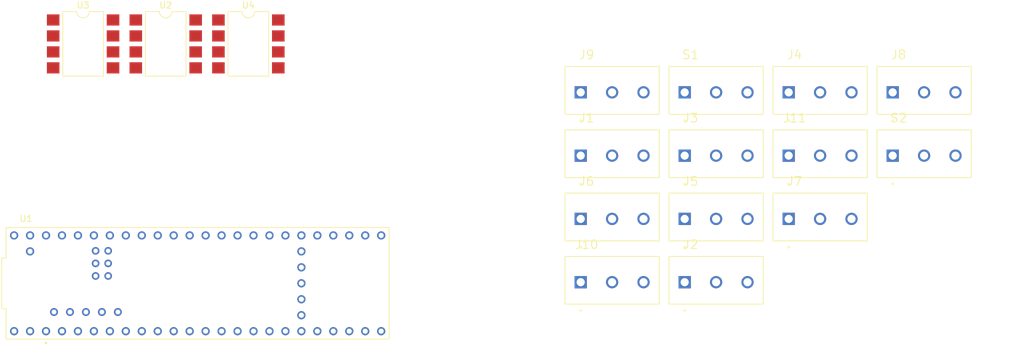
<source format=kicad_pcb>
(kicad_pcb (version 20211014) (generator pcbnew)
  (layers (0 "F.Cu" signal) (31 "B.Cu" signal) (34 "B.Paste" user) (35 "F.Paste" user) (36 "B.SilkS" user "B.Silkscreen") (37 "F.SilkS" user "F.Silkscreen") (38 "B.Mask" user) (39 "F.Mask" user) (44 "Edge.Cuts" user))
  (net 0 "")
  (net 1 "oct1")
  (net 2 "GND")
  (net 3 "oct2")
  (net 4 "ir2")
  (net 5 "+3.3V")
  (net 6 "ir1")
  (net 7 "oct3")
  (net 8 "oct4")
  (net 9 "ir4")
  (net 10 "ir3")
  (net 11 "oct5")
  (net 12 "oct6")
  (net 13 "ir6")
  (net 14 "ir5")
  (net 15 "MD1")
  (net 16 "MD2")
  (net 30 "Start")
  (net 31 "Line1")
  (net 32 "Line2")
  (net 33 "Line3")
  (net 34 "Line4")
  (net 55 "Net-(U1-PadGND2)")
  (net 63 "Net-(U1-PadUSB_GND1)")
  (net 67 "+12V")
  (footprint "Package_DIP:SMDIP-8_W9.53mm" (layer "F.Cu") (at 42.73 27.94)
    (fp_text reference "U3" (at 0 -6.14) (layer "F.SilkS"))
    (fp_text value "LTV-827S")
    (fp_line (start -1 -5.14) (end -3.235 -5.14) (layer "F.SilkS") (width 0.12))
    (fp_line (start -3.235 -5.14) (end -3.235 5.14) (layer "F.SilkS") (width 0.12))
    (fp_line (start 3.235 -5.14) (end 1 -5.14) (layer "F.SilkS") (width 0.12))
    (fp_line (start 3.235 5.14) (end 3.235 -5.14) (layer "F.SilkS") (width 0.12))
    (fp_line (start -3.235 5.14) (end 3.235 5.14) (layer "F.SilkS") (width 0.12))
    (fp_arc (start 1 -5.14) (mid 0 -4.14) (end -1 -5.14) (layer "F.SilkS") (width 0.12))
    (pad "1" smd rect (at -4.765 -3.81) (size 2 1.78) (layers "F.Cu" "F.Paste" "F.Mask") (net 7 "oct3"))
    (pad "2" smd rect (at -4.765 -1.27) (size 2 1.78) (layers "F.Cu" "F.Paste" "F.Mask") (net 2 "GND"))
    (pad "3" smd rect (at -4.765 1.27) (size 2 1.78) (layers "F.Cu" "F.Paste" "F.Mask") (net 8 "oct4"))
    (pad "4" smd rect (at -4.765 3.81) (size 2 1.78) (layers "F.Cu" "F.Paste" "F.Mask") (net 2 "GND"))
    (pad "5" smd rect (at 4.765 3.81) (size 2 1.78) (layers "F.Cu" "F.Paste" "F.Mask") (net 9 "ir4"))
    (pad "6" smd rect (at 4.765 1.27) (size 2 1.78) (layers "F.Cu" "F.Paste" "F.Mask") (net 5 "+3.3V"))
    (pad "7" smd rect (at 4.765 -1.27) (size 2 1.78) (layers "F.Cu" "F.Paste" "F.Mask") (net 10 "ir3"))
    (pad "8" smd rect (at 4.765 -3.81) (size 2 1.78) (layers "F.Cu" "F.Paste" "F.Mask") (net 5 "+3.3V"))
  )
  (footprint "3pos screw terminal:CUI_TB002-500-03BE" (layer "F.Cu") (at 121.92 35.65)
    (fp_text reference "J9" (at 0.945 -5.989) (layer "F.SilkS") (effects (font (size 1.4 1.4))))
    (fp_text value "B3B-EH-ALFSN")
    (fp_line (start -2.5 -4.1) (end 12.5 -4.1) (layer "F.SilkS") (width 0.127))
    (fp_line (start 12.5 3.5) (end -2.5 3.5) (layer "F.SilkS") (width 0.127))
    (fp_line (start -2.5 3.5) (end -2.5 -4.1) (layer "F.SilkS") (width 0.127))
    (fp_line (start 12.5 -4.1) (end 12.5 3.5) (layer "F.SilkS") (width 0.127))
    (fp_circle (center 0 4.5) (end 0.1 4.5) (layer "F.SilkS") (width 0.2) (fill none))
    (pad "1" thru_hole rect locked (at 0 0) (size 1.95 1.95) (drill 1.3) (layers *.Cu *.Mask) (net 67 "+12V"))
    (pad "2" thru_hole circle locked (at 5 0) (size 1.95 1.95) (drill 1.3) (layers *.Cu *.Mask) (net 8 "oct4"))
    (pad "3" thru_hole circle locked (at 10 0) (size 1.95 1.95) (drill 1.3) (layers *.Cu *.Mask) (net 2 "GND"))
  )
  (footprint "3pos screw terminal:CUI_TB002-500-03BE" (layer "F.Cu") (at 138.47 65.86)
    (fp_text reference "J2" (at 0.945 -5.989) (layer "F.SilkS") (effects (font (size 1.4 1.4))))
    (fp_text value "B3B-EH-ALFSN")
    (fp_line (start -2.5 3.5) (end -2.5 -4.1) (layer "F.SilkS") (width 0.127))
    (fp_line (start 12.5 -4.1) (end 12.5 3.5) (layer "F.SilkS") (width 0.127))
    (fp_line (start 12.5 3.5) (end -2.5 3.5) (layer "F.SilkS") (width 0.127))
    (fp_line (start -2.5 -4.1) (end 12.5 -4.1) (layer "F.SilkS") (width 0.127))
    (fp_circle (center 0 4.5) (end 0.1 4.5) (layer "F.SilkS") (width 0.2) (fill none))
    (pad "1" thru_hole rect locked (at 0 0) (size 1.95 1.95) (drill 1.3) (layers *.Cu *.Mask) (net 5 "+3.3V"))
    (pad "2" thru_hole circle locked (at 5 0) (size 1.95 1.95) (drill 1.3) (layers *.Cu *.Mask) (net 31 "Line1"))
    (pad "3" thru_hole circle locked (at 10 0) (size 1.95 1.95) (drill 1.3) (layers *.Cu *.Mask) (net 2 "GND"))
  )
  (footprint "Package_DIP:SMDIP-8_W9.53mm" (layer "F.Cu") (at 55.88 27.94)
    (fp_text reference "U2" (at 0 -6.14) (layer "F.SilkS"))
    (fp_text value "LTV-827S")
    (fp_line (start 3.235 -5.14) (end 1 -5.14) (layer "F.SilkS") (width 0.12))
    (fp_line (start -3.235 5.14) (end 3.235 5.14) (layer "F.SilkS") (width 0.12))
    (fp_line (start 3.235 5.14) (end 3.235 -5.14) (layer "F.SilkS") (width 0.12))
    (fp_line (start -3.235 -5.14) (end -3.235 5.14) (layer "F.SilkS") (width 0.12))
    (fp_line (start -1 -5.14) (end -3.235 -5.14) (layer "F.SilkS") (width 0.12))
    (fp_arc (start 1 -5.14) (mid 0 -4.14) (end -1 -5.14) (layer "F.SilkS") (width 0.12))
    (pad "1" smd rect (at -4.765 -3.81) (size 2 1.78) (layers "F.Cu" "F.Paste" "F.Mask") (net 1 "oct1"))
    (pad "2" smd rect (at -4.765 -1.27) (size 2 1.78) (layers "F.Cu" "F.Paste" "F.Mask") (net 2 "GND"))
    (pad "3" smd rect (at -4.765 1.27) (size 2 1.78) (layers "F.Cu" "F.Paste" "F.Mask") (net 3 "oct2"))
    (pad "4" smd rect (at -4.765 3.81) (size 2 1.78) (layers "F.Cu" "F.Paste" "F.Mask") (net 2 "GND"))
    (pad "5" smd rect (at 4.765 3.81) (size 2 1.78) (layers "F.Cu" "F.Paste" "F.Mask") (net 4 "ir2"))
    (pad "6" smd rect (at 4.765 1.27) (size 2 1.78) (layers "F.Cu" "F.Paste" "F.Mask") (net 5 "+3.3V"))
    (pad "7" smd rect (at 4.765 -1.27) (size 2 1.78) (layers "F.Cu" "F.Paste" "F.Mask") (net 6 "ir1"))
    (pad "8" smd rect (at 4.765 -3.81) (size 2 1.78) (layers "F.Cu" "F.Paste" "F.Mask") (net 5 "+3.3V"))
  )
  (footprint "3pos screw terminal:CUI_TB002-500-03BE" (layer "F.Cu") (at 121.92 55.79)
    (fp_text reference "J6" (at 0.945 -5.989) (layer "F.SilkS") (effects (font (size 1.4 1.4))))
    (fp_text value "B3B-EH-ALFSN")
    (fp_line (start -2.5 3.5) (end -2.5 -4.1) (layer "F.SilkS") (width 0.127))
    (fp_line (start 12.5 -4.1) (end 12.5 3.5) (layer "F.SilkS") (width 0.127))
    (fp_line (start 12.5 3.5) (end -2.5 3.5) (layer "F.SilkS") (width 0.127))
    (fp_line (start -2.5 -4.1) (end 12.5 -4.1) (layer "F.SilkS") (width 0.127))
    (fp_circle (center 0 4.5) (end 0.1 4.5) (layer "F.SilkS") (width 0.2) (fill none))
    (pad "1" thru_hole rect locked (at 0 0) (size 1.95 1.95) (drill 1.3) (layers *.Cu *.Mask) (net 67 "+12V"))
    (pad "2" thru_hole circle locked (at 5 0) (size 1.95 1.95) (drill 1.3) (layers *.Cu *.Mask) (net 1 "oct1"))
    (pad "3" thru_hole circle locked (at 10 0) (size 1.95 1.95) (drill 1.3) (layers *.Cu *.Mask) (net 2 "GND"))
  )
  (footprint "3pos screw terminal:CUI_TB002-500-03BE" (layer "F.Cu") (at 121.92 45.72)
    (fp_text reference "J1" (at 0.945 -5.989) (layer "F.SilkS") (effects (font (size 1.4 1.4))))
    (fp_text value "B3B-EH-ALFSN")
    (fp_line (start 12.5 3.5) (end -2.5 3.5) (layer "F.SilkS") (width 0.127))
    (fp_line (start 12.5 -4.1) (end 12.5 3.5) (layer "F.SilkS") (width 0.127))
    (fp_line (start -2.5 -4.1) (end 12.5 -4.1) (layer "F.SilkS") (width 0.127))
    (fp_line (start -2.5 3.5) (end -2.5 -4.1) (layer "F.SilkS") (width 0.127))
    (fp_circle (center 0 4.5) (end 0.1 4.5) (layer "F.SilkS") (width 0.2) (fill none))
    (pad "1" thru_hole rect locked (at 0 0) (size 1.95 1.95) (drill 1.3) (layers *.Cu *.Mask) (net 5 "+3.3V"))
    (pad "2" thru_hole circle locked (at 5 0) (size 1.95 1.95) (drill 1.3) (layers *.Cu *.Mask) (net 30 "Start"))
    (pad "3" thru_hole circle locked (at 10 0) (size 1.95 1.95) (drill 1.3) (layers *.Cu *.Mask) (net 2 "GND"))
  )
  (footprint "3pos screw terminal:CUI_TB002-500-03BE" (layer "F.Cu") (at 138.47 55.79)
    (fp_text reference "J5" (at 0.945 -5.989) (layer "F.SilkS") (effects (font (size 1.4 1.4))))
    (fp_text value "B3B-EH-ALFSN")
    (fp_line (start 12.5 -4.1) (end 12.5 3.5) (layer "F.SilkS") (width 0.127))
    (fp_line (start -2.5 3.5) (end -2.5 -4.1) (layer "F.SilkS") (width 0.127))
    (fp_line (start -2.5 -4.1) (end 12.5 -4.1) (layer "F.SilkS") (width 0.127))
    (fp_line (start 12.5 3.5) (end -2.5 3.5) (layer "F.SilkS") (width 0.127))
    (fp_circle (center 0 4.5) (end 0.1 4.5) (layer "F.SilkS") (width 0.2) (fill none))
    (pad "1" thru_hole rect locked (at 0 0) (size 1.95 1.95) (drill 1.3) (layers *.Cu *.Mask) (net 5 "+3.3V"))
    (pad "2" thru_hole circle locked (at 5 0) (size 1.95 1.95) (drill 1.3) (layers *.Cu *.Mask) (net 34 "Line4"))
    (pad "3" thru_hole circle locked (at 10 0) (size 1.95 1.95) (drill 1.3) (layers *.Cu *.Mask) (net 2 "GND"))
  )
  (footprint "3pos screw terminal:CUI_TB002-500-03BE" (layer "F.Cu") (at 171.57 35.65)
    (fp_text reference "J8" (at 0.945 -5.989) (layer "F.SilkS") (effects (font (size 1.4 1.4))))
    (fp_text value "B3B-EH-ALFSN")
    (fp_line (start -2.5 3.5) (end -2.5 -4.1) (layer "F.SilkS") (width 0.127))
    (fp_line (start 12.5 3.5) (end -2.5 3.5) (layer "F.SilkS") (width 0.127))
    (fp_line (start 12.5 -4.1) (end 12.5 3.5) (layer "F.SilkS") (width 0.127))
    (fp_line (start -2.5 -4.1) (end 12.5 -4.1) (layer "F.SilkS") (width 0.127))
    (fp_circle (center 0 4.5) (end 0.1 4.5) (layer "F.SilkS") (width 0.2) (fill none))
    (pad "1" thru_hole rect locked (at 0 0) (size 1.95 1.95) (drill 1.3) (layers *.Cu *.Mask) (net 67 "+12V"))
    (pad "2" thru_hole circle locked (at 5 0) (size 1.95 1.95) (drill 1.3) (layers *.Cu *.Mask) (net 7 "oct3"))
    (pad "3" thru_hole circle locked (at 10 0) (size 1.95 1.95) (drill 1.3) (layers *.Cu *.Mask) (net 2 "GND"))
  )
  (footprint "3pos screw terminal:CUI_TB002-500-03BE" (layer "F.Cu") (at 121.92 65.86)
    (fp_text reference "J10" (at 0.945 -5.989) (layer "F.SilkS") (effects (font (size 1.4 1.4))))
    (fp_text value "B3B-EH-ALFSN")
    (fp_line (start -2.5 -4.1) (end 12.5 -4.1) (layer "F.SilkS") (width 0.127))
    (fp_line (start 12.5 3.5) (end -2.5 3.5) (layer "F.SilkS") (width 0.127))
    (fp_line (start -2.5 3.5) (end -2.5 -4.1) (layer "F.SilkS") (width 0.127))
    (fp_line (start 12.5 -4.1) (end 12.5 3.5) (layer "F.SilkS") (width 0.127))
    (fp_circle (center 0 4.5) (end 0.1 4.5) (layer "F.SilkS") (width 0.2) (fill none))
    (pad "1" thru_hole rect locked (at 0 0) (size 1.95 1.95) (drill 1.3) (layers *.Cu *.Mask) (net 67 "+12V"))
    (pad "2" thru_hole circle locked (at 5 0) (size 1.95 1.95) (drill 1.3) (layers *.Cu *.Mask) (net 11 "oct5"))
    (pad "3" thru_hole circle locked (at 10 0) (size 1.95 1.95) (drill 1.3) (layers *.Cu *.Mask) (net 2 "GND"))
  )
  (footprint "3pos screw terminal:CUI_TB002-500-03BE" (layer "F.Cu") (at 155.02 45.72)
    (fp_text reference "J11" (at 0.945 -5.989) (layer "F.SilkS") (effects (font (size 1.4 1.4))))
    (fp_text value "B3B-EH-ALFSN")
    (fp_line (start 12.5 3.5) (end -2.5 3.5) (layer "F.SilkS") (width 0.127))
    (fp_line (start -2.5 -4.1) (end 12.5 -4.1) (layer "F.SilkS") (width 0.127))
    (fp_line (start 12.5 -4.1) (end 12.5 3.5) (layer "F.SilkS") (width 0.127))
    (fp_line (start -2.5 3.5) (end -2.5 -4.1) (layer "F.SilkS") (width 0.127))
    (fp_circle (center 0 4.5) (end 0.1 4.5) (layer "F.SilkS") (width 0.2) (fill none))
    (pad "1" thru_hole rect locked (at 0 0) (size 1.95 1.95) (drill 1.3) (layers *.Cu *.Mask) (net 67 "+12V"))
    (pad "2" thru_hole circle locked (at 5 0) (size 1.95 1.95) (drill 1.3) (layers *.Cu *.Mask) (net 12 "oct6"))
    (pad "3" thru_hole circle locked (at 10 0) (size 1.95 1.95) (drill 1.3) (layers *.Cu *.Mask) (net 2 "GND"))
  )
  (footprint "Package_DIP:SMDIP-8_W9.53mm" (layer "F.Cu") (at 69.03 27.94)
    (fp_text reference "U4" (at 0 -6.14) (layer "F.SilkS"))
    (fp_text value "LTV-827S")
    (fp_line (start 3.235 5.14) (end 3.235 -5.14) (layer "F.SilkS") (width 0.12))
    (fp_line (start -1 -5.14) (end -3.235 -5.14) (layer "F.SilkS") (width 0.12))
    (fp_line (start -3.235 5.14) (end 3.235 5.14) (layer "F.SilkS") (width 0.12))
    (fp_line (start -3.235 -5.14) (end -3.235 5.14) (layer "F.SilkS") (width 0.12))
    (fp_line (start 3.235 -5.14) (end 1 -5.14) (layer "F.SilkS") (width 0.12))
    (fp_arc (start 1 -5.14) (mid 0 -4.14) (end -1 -5.14) (layer "F.SilkS") (width 0.12))
    (pad "1" smd rect (at -4.765 -3.81) (size 2 1.78) (layers "F.Cu" "F.Paste" "F.Mask") (net 11 "oct5"))
    (pad "2" smd rect (at -4.765 -1.27) (size 2 1.78) (layers "F.Cu" "F.Paste" "F.Mask") (net 2 "GND"))
    (pad "3" smd rect (at -4.765 1.27) (size 2 1.78) (layers "F.Cu" "F.Paste" "F.Mask") (net 12 "oct6"))
    (pad "4" smd rect (at -4.765 3.81) (size 2 1.78) (layers "F.Cu" "F.Paste" "F.Mask") (net 2 "GND"))
    (pad "5" smd rect (at 4.765 3.81) (size 2 1.78) (layers "F.Cu" "F.Paste" "F.Mask") (net 13 "ir6"))
    (pad "6" smd rect (at 4.765 1.27) (size 2 1.78) (layers "F.Cu" "F.Paste" "F.Mask") (net 5 "+3.3V"))
    (pad "7" smd rect (at 4.765 -1.27) (size 2 1.78) (layers "F.Cu" "F.Paste" "F.Mask") (net 14 "ir5"))
    (pad "8" smd rect (at 4.765 -3.81) (size 2 1.78) (layers "F.Cu" "F.Paste" "F.Mask") (net 5 "+3.3V"))
  )
  (footprint "3pos screw terminal:CUI_TB002-500-03BE" (layer "F.Cu") (at 155.02 35.65)
    (fp_text reference "J4" (at 0.945 -5.989) (layer "F.SilkS") (effects (font (size 1.4 1.4))))
    (fp_text value "B3B-EH-ALFSN")
    (fp_line (start -2.5 3.5) (end -2.5 -4.1) (layer "F.SilkS") (width 0.127))
    (fp_line (start 12.5 3.5) (end -2.5 3.5) (layer "F.SilkS") (width 0.127))
    (fp_line (start 12.5 -4.1) (end 12.5 3.5) (layer "F.SilkS") (width 0.127))
    (fp_line (start -2.5 -4.1) (end 12.5 -4.1) (layer "F.SilkS") (width 0.127))
    (fp_circle (center 0 4.5) (end 0.1 4.5) (layer "F.SilkS") (width 0.2) (fill none))
    (pad "1" thru_hole rect locked (at 0 0) (size 1.95 1.95) (drill 1.3) (layers *.Cu *.Mask) (net 5 "+3.3V"))
    (pad "2" thru_hole circle locked (at 5 0) (size 1.95 1.95) (drill 1.3) (layers *.Cu *.Mask) (net 33 "Line3"))
    (pad "3" thru_hole circle locked (at 10 0) (size 1.95 1.95) (drill 1.3) (layers *.Cu *.Mask) (net 2 "GND"))
  )
  (footprint "3pos screw terminal:CUI_TB002-500-03BE" (layer "F.Cu") (at 138.47 45.72)
    (fp_text reference "J3" (at 0.945 -5.989) (layer "F.SilkS") (effects (font (size 1.4 1.4))))
    (fp_text value "B3B-EH-ALFSN")
    (fp_line (start -2.5 -4.1) (end 12.5 -4.1) (layer "F.SilkS") (width 0.127))
    (fp_line (start 12.5 3.5) (end -2.5 3.5) (layer "F.SilkS") (width 0.127))
    (fp_line (start -2.5 3.5) (end -2.5 -4.1) (layer "F.SilkS") (width 0.127))
    (fp_line (start 12.5 -4.1) (end 12.5 3.5) (layer "F.SilkS") (width 0.127))
    (fp_circle (center 0 4.5) (end 0.1 4.5) (layer "F.SilkS") (width 0.2) (fill none))
    (pad "1" thru_hole rect locked (at 0 0) (size 1.95 1.95) (drill 1.3) (layers *.Cu *.Mask) (net 5 "+3.3V"))
    (pad "2" thru_hole circle locked (at 5 0) (size 1.95 1.95) (drill 1.3) (layers *.Cu *.Mask) (net 32 "Line2"))
    (pad "3" thru_hole circle locked (at 10 0) (size 1.95 1.95) (drill 1.3) (layers *.Cu *.Mask) (net 2 "GND"))
  )
  (footprint "3pos screw terminal:CUI_TB002-500-03BE" (layer "F.Cu") (at 138.47 35.65)
    (fp_text reference "S1" (at 0.945 -5.989) (layer "F.SilkS") (effects (font (size 1.4 1.4))))
    (fp_text value "B3B-EH-ALFSN")
    (fp_line (start -2.5 -4.1) (end 12.5 -4.1) (layer "F.SilkS") (width 0.127))
    (fp_line (start 12.5 3.5) (end -2.5 3.5) (layer "F.SilkS") (width 0.127))
    (fp_line (start 12.5 -4.1) (end 12.5 3.5) (layer "F.SilkS") (width 0.127))
    (fp_line (start -2.5 3.5) (end -2.5 -4.1) (layer "F.SilkS") (width 0.127))
    (fp_circle (center 0 4.5) (end 0.1 4.5) (layer "F.SilkS") (width 0.2) (fill none))
    (pad "1" thru_hole rect locked (at 0 0) (size 1.95 1.95) (drill 1.3) (layers *.Cu *.Mask) (net 15 "MD1"))
    (pad "2" thru_hole circle locked (at 5 0) (size 1.95 1.95) (drill 1.3) (layers *.Cu *.Mask))
    (pad "3" thru_hole circle locked (at 10 0) (size 1.95 1.95) (drill 1.3) (layers *.Cu *.Mask) (net 2 "GND"))
  )
  (footprint "3pos screw terminal:CUI_TB002-500-03BE" (layer "F.Cu") (at 171.57 45.72)
    (fp_text reference "S2" (at 0.945 -5.989) (layer "F.SilkS") (effects (font (size 1.4 1.4))))
    (fp_text value "B3B-EH-ALFSN")
    (fp_line (start 12.5 3.5) (end -2.5 3.5) (layer "F.SilkS") (width 0.127))
    (fp_line (start -2.5 3.5) (end -2.5 -4.1) (layer "F.SilkS") (width 0.127))
    (fp_line (start -2.5 -4.1) (end 12.5 -4.1) (layer "F.SilkS") (width 0.127))
    (fp_line (start 12.5 -4.1) (end 12.5 3.5) (layer "F.SilkS") (width 0.127))
    (fp_circle (center 0 4.5) (end 0.1 4.5) (layer "F.SilkS") (width 0.2) (fill none))
    (pad "1" thru_hole rect locked (at 0 0) (size 1.95 1.95) (drill 1.3) (layers *.Cu *.Mask) (net 16 "MD2"))
    (pad "2" thru_hole circle locked (at 5 0) (size 1.95 1.95) (drill 1.3) (layers *.Cu *.Mask))
    (pad "3" thru_hole circle locked (at 10 0) (size 1.95 1.95) (drill 1.3) (layers *.Cu *.Mask) (net 2 "GND"))
  )
  (footprint "timmi footprints:MODULE_DEV-16771" (layer "F.Cu") (at 60.96 66.04)
    (fp_text reference "U1" (at -27.305 -10.295) (layer "F.SilkS"))
    (fp_text value "DEV-16771")
    (fp_line (start -31.18 4.03) (end -31.18 -4.03) (layer "F.SilkS") (width 0.127))
    (fp_line (start 30.48 8.89) (end -30.48 8.89) (layer "F.SilkS") (width 0.127))
    (fp_line (start -30.48 4.03) (end -31.18 4.03) (layer "F.SilkS") (width 0.127))
    (fp_line (start -30.48 -8.89) (end 30.48 -8.89) (layer "F.SilkS") (width 0.127))
    (fp_line (start 30.48 -8.89) (end 30.48 8.89) (layer "F.SilkS") (width 0.127))
    (fp_line (start -30.48 -8.89) (end -30.48 -4.03) (layer "F.SilkS") (width 0.127))
    (fp_line (start -30.48 -4.03) (end -31.18 -4.03) (layer "F.SilkS") (width 0.127))
    (fp_line (start -30.48 8.89) (end -30.48 4.03) (layer "F.SilkS") (width 0.127))
    (fp_circle (center -24.13 9.5) (end -24.03 9.5) (layer "F.SilkS") (width 0.2) (fill none))
    (pad "0" thru_hole circle (at -26.67 7.62) (size 1.308 1.308) (drill 0.8) (layers *.Cu *.Mask) (net 15 "MD1"))
    (pad "1" thru_hole circle (at -24.13 7.62) (size 1.308 1.308) (drill 0.8) (layers *.Cu *.Mask) (net 16 "MD2"))
    (pad "2" thru_hole circle (at -21.59 7.62) (size 1.308 1.308) (drill 0.8) (layers *.Cu *.Mask))
    (pad "3" thru_hole circle (at -19.05 7.62) (size 1.308 1.308) (drill 0.8) (layers *.Cu *.Mask))
    (pad "3.3V_1" thru_hole circle (at 6.35 7.62) (size 1.308 1.308) (drill 0.8) (layers *.Cu *.Mask) (net 5 "+3.3V"))
    (pad "3.3V_2" thru_hole circle (at -24.13 -7.62) (size 1.308 1.308) (drill 0.8) (layers *.Cu *.Mask) (net 5 "+3.3V"))
    (pad "3.3V_3" thru_hole circle (at 16.51 2.54) (size 1.308 1.308) (drill 0.8) (layers *.Cu *.Mask) (net 5 "+3.3V"))
    (pad "4" thru_hole circle (at -16.51 7.62) (size 1.308 1.308) (drill 0.8) (layers *.Cu *.Mask))
    (pad "5" thru_hole circle (at -13.97 7.62) (size 1.308 1.308) (drill 0.8) (layers *.Cu *.Mask))
    (pad "5V" thru_hole circle (at -22.86 4.57) (size 1.258 1.258) (drill 0.75) (layers *.Cu *.Mask))
    (pad "6" thru_hole circle (at -11.43 7.62) (size 1.308 1.308) (drill 0.8) (layers *.Cu *.Mask))
    (pad "7" thru_hole circle (at -8.89 7.62) (size 1.308 1.308) (drill 0.8) (layers *.Cu *.Mask))
    (pad "8" thru_hole circle (at -6.35 7.62) (size 1.308 1.308) (drill 0.8) (layers *.Cu *.Mask))
    (pad "9" thru_hole circle (at -3.81 7.62) (size 1.308 1.308) (drill 0.8) (layers *.Cu *.Mask))
    (pad "10" thru_hole circle (at -1.27 7.62) (size 1.308 1.308) (drill 0.8) (layers *.Cu *.Mask))
    (pad "11" thru_hole circle (at 1.27 7.62) (size 1.308 1.308) (drill 0.8) (layers *.Cu *.Mask))
    (pad "12" thru_hole circle (at 3.81 7.62) (size 1.308 1.308) (drill 0.8) (layers *.Cu *.Mask))
    (pad "13" thru_hole circle (at 3.81 -7.62) (size 1.308 1.308) (drill 0.8) (layers *.Cu *.Mask))
    (pad "14" thru_hole circle (at 1.27 -7.62) (size 1.308 1.308) (drill 0.8) (layers *.Cu *.Mask) (net 30 "Start"))
    (pad "15" thru_hole circle (at -1.27 -7.62) (size 1.308 1.308) (drill 0.8) (layers *.Cu *.Mask) (net 31 "Line1"))
    (pad "16" thru_hole circle (at -3.81 -7.62) (size 1.308 1.308) (drill 0.8) (layers *.Cu *.Mask) (net 32 "Line2"))
    (pad "17" thru_hole circle (at -6.35 -7.62) (size 1.308 1.308) (drill 0.8) (layers *.Cu *.Mask) (net 33 "Line3"))
    (pad "18" thru_hole circle (at -8.89 -7.62) (size 1.308 1.308) (drill 0.8) (layers *.Cu *.Mask) (net 34 "Line4"))
    (pad "19" thru_hole circle (at -11.43 -7.62) (size 1.308 1.308) (drill 0.8) (layers *.Cu *.Mask) (net 6 "ir1"))
    (pad "20" thru_hole circle (at -13.97 -7.62) (size 1.308 1.308) (drill 0.8) (layers *.Cu *.Mask) (net 4 "ir2"))
    (pad "21" thru_hole circle (at -16.51 -7.62) (size 1.308 1.308) (drill 0.8) (layers *.Cu *.Mask) (net 10 "ir3"))
    (pad "22" thru_hole circle (at -19.05 -7.62) (size 1.308 1.308) (drill 0.8) (layers *.Cu *.Mask) (net 9 "ir4"))
    (pad "23" thru_hole circle (at -21.59 -7.62) (size 1.308 1.308) (drill 0.8) (layers *.Cu *.Mask) (net 14 "ir5"))
    (pad "24" thru_hole circle (at 8.89 7.62) (size 1.308 1.308) (drill 0.8) (layers *.Cu *.Mask) (net 13 "ir6"))
    (pad "25" thru_hole circle (at 11.43 7.62) (size 1.308 1.308) (drill 0.8) (layers *.Cu *.Mask))
    (pad "26" thru_hole circle (at 13.97 7.62) (size 1.308 1.308) (drill 0.8) (layers *.Cu *.Mask))
    (pad "27" thru_hole circle (at 16.51 7.62) (size 1.308 1.308) (drill 0.8) (layers *.Cu *.Mask))
    (pad "28" thru_hole circle (at 19.05 7.62) (size 1.308 1.308) (drill 0.8) (layers *.Cu *.Mask))
    (pad "29" thru_hole circle (at 21.59 7.62) (size 1.308 1.308) (drill 0.8) (layers *.Cu *.Mask))
    (pad "30" thru_hole circle (at 24.13 7.62) (size 1.308 1.308) (drill 0.8) (layers *.Cu *.Mask))
    (pad "31" thru_hole circle (at 26.67 7.62) (size 1.308 1.308) (drill 0.8) (layers *.Cu *.Mask))
    (pad "32" thru_hole circle (at 29.21 7.62) (size 1.308 1.308) (drill 0.8) (layers *.Cu *.Mask))
    (pad "33" thru_hole circle (at 29.21 -7.62) (size 1.308 1.308) (drill 0.8) (layers *.Cu *.Mask))
    (pad "34" thru_hole circle (at 26.67 -7.62) (size 1.308 1.308) (drill 0.8) (layers *.Cu *.Mask))
    (pad "35" thru_hole circle (at 24.13 -7.62) (size 1.308 1.308) (drill 0.8) (layers *.Cu *.Mask))
    (pad "36" thru_hole circle (at 21.59 -7.62) (size 1.308 1.308) (drill 0.8) (layers *.Cu *.Mask))
    (pad "37" thru_hole circle (at 19.05 -7.62) (size 1.308 1.308) (drill 0.8) (layers *.Cu *.Mask))
    (pad "38" thru_hole circle (at 16.51 -7.62) (size 1.308 1.308) (drill 0.8) (layers *.Cu *.Mask))
    (pad "39" thru_hole circle (at 13.97 -7.62) (size 1.308 1.308) (drill 0.8) (layers *.Cu *.Mask))
    (pad "40" thru_hole circle (at 11.43 -7.62) (size 1.308 1.308) (drill 0.8) (layers *.Cu *.Mask))
    (pad "41" thru_hole circle (at 8.89 -7.62) (size 1.308 1.308) (drill 0.8) (layers *.Cu *.Mask))
    (pad "D+" thru_hole circle (at -17.78 4.57) (size 1.258 1.258) (drill 0.75) (layers *.Cu *.Mask))
    (pad "D-" thru_hole circle (at -20.32 4.57) (size 1.258 1.258) (drill 0.75) (layers *.Cu *.Mask))
    (pad "GND1" thru_hole circle (at -29.21 7.62) (size 1.308 1.308) (drill 0.8) (layers *.Cu *.Mask))
    (pad "GND2" thru_hole circle (at 6.35 -7.62) (size 1.308 1.308) (drill 0.8) (layers *.Cu *.Mask) (net 55 "Net-(U1-PadGND2)"))
    (pad "GND3" thru_hole circle (at -26.67 -7.62) (size 1.308 1.308) (drill 0.8) (layers *.Cu *.Mask) (net 55 "Net-(U1-PadGND2)"))
    (pad "GND4" thru_hole circle (at 16.51 0) (size 1.308 1.308) (drill 0.8) (layers *.Cu *.Mask) (net 55 "Net-(U1-PadGND2)"))
    (pad "GND5" thru_hole circle (at -14.24 -3.17) (size 1.208 1.208) (drill 0.7) (layers *.Cu *.Mask) (net 55 "Net-(U1-PadGND2)"))
    (pad "LED" thru_hole circle (at -16.24 -3.17) (size 1.208 1.208) (drill 0.7) (layers *.Cu *.Mask))
    (pad "ON/OFF" thru_hole circle (at 16.51 -5.08) (size 1.308 1.308) (drill 0.8) (layers *.Cu *.Mask))
    (pad "PROGRAM" thru_hole circle (at 16.51 -2.54) (size 1.308 1.308) (drill 0.8) (layers *.Cu *.Mask))
    (pad "R+" thru_hole circle (at -16.24 -5.17) (size 1.208 1.208) (drill 0.7) (layers *.Cu *.Mask))
    (pad "R-" thru_hole circle (at -14.24 -5.17) (size 1.208 1.208) (drill 0.7) (layers *.Cu *.Mask))
    (pad "T+" thru_hole circle (at -14.24 -1.17) (size 1.208 1.208) (drill 0.7) (layers *.Cu *.Mask))
    (pad "T-" thru_hole circle (at -16.24 -1.17) (size 1.208 1.208) (drill 0.7) (layers *.Cu *.Mask))
    (pad "USB_GND1" thru_hole circle (at -15.24 4.57) (size 1.258 1.258) (drill 0.75) (layers *.Cu *.Mask) (net 63 "Net-(U1-PadUSB_GND1)"))
    (pad "USB_GND2" thru_hole circle (at -12.7 4.57) (size 1.258 1.258) (drill 0.75) (layers *.Cu *.Mask) (net 63 "Net-(U1-PadUSB_GND1)"))
    (pad "VBAT" thru_hole circle (at 16.51 5.08) (size 1.308 1.308) (drill 0.8) (layers *.Cu *.Mask))
    (pad "VIN" thru_hole circle (at -29.21 -7.62) (size 1.308 1.308) (drill 0.8) (layers *.Cu *.Mask))
    (pad "VUSB" thru_hole circle (at -26.67 -5.08) (size 1.308 1.308) (drill 0.8) (layers *.Cu *.Mask))
  )
  (footprint "3pos screw terminal:CUI_TB002-500-03BE" (layer "F.Cu") (at 155.02 55.79)
    (fp_text reference "J7" (at 0.945 -5.989) (layer "F.SilkS") (effects (font (size 1.4 1.4))))
    (fp_text value "B3B-EH-ALFSN")
    (fp_line (start -2.5 3.5) (end -2.5 -4.1) (layer "F.SilkS") (width 0.127))
    (fp_line (start 12.5 3.5) (end -2.5 3.5) (layer "F.SilkS") (width 0.127))
    (fp_line (start 12.5 -4.1) (end 12.5 3.5) (layer "F.SilkS") (width 0.127))
    (fp_line (start -2.5 -4.1) (end 12.5 -4.1) (layer "F.SilkS") (width 0.127))
    (fp_circle (center 0 4.5) (end 0.1 4.5) (layer "F.SilkS") (width 0.2) (fill none))
    (pad "1" thru_hole rect locked (at 0 0) (size 1.95 1.95) (drill 1.3) (layers *.Cu *.Mask) (net 67 "+12V"))
    (pad "2" thru_hole circle locked (at 5 0) (size 1.95 1.95) (drill 1.3) (layers *.Cu *.Mask) (net 3 "oct2"))
    (pad "3" thru_hole circle locked (at 10 0) (size 1.95 1.95) (drill 1.3) (layers *.Cu *.Mask) (net 2 "GND"))
  )
)
</source>
